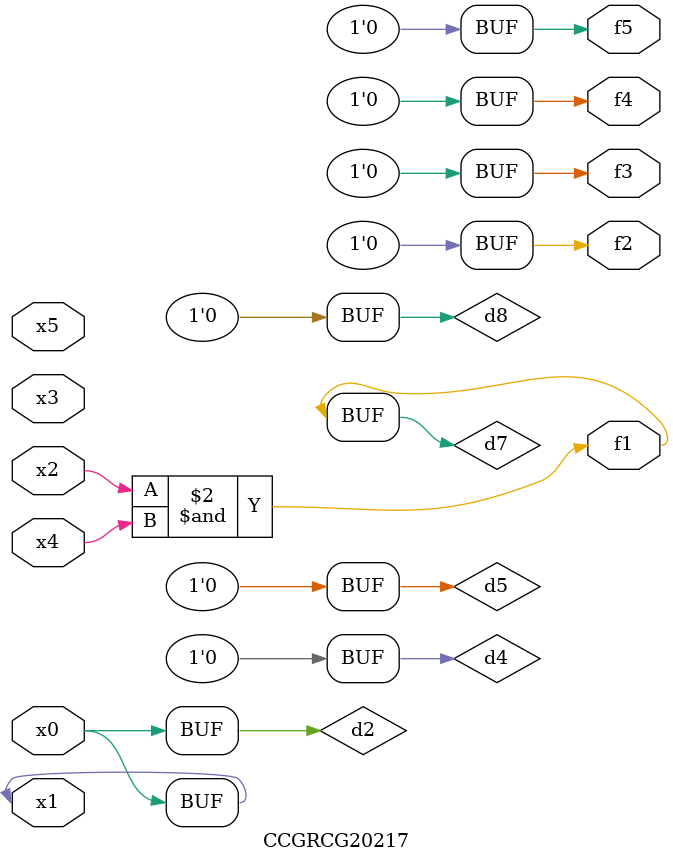
<source format=v>
module CCGRCG20217(
	input x0, x1, x2, x3, x4, x5,
	output f1, f2, f3, f4, f5
);

	wire d1, d2, d3, d4, d5, d6, d7, d8, d9;

	nand (d1, x1);
	buf (d2, x0, x1);
	nand (d3, x2, x4);
	and (d4, d1, d2);
	and (d5, d1, d2);
	nand (d6, d1, d3);
	not (d7, d3);
	xor (d8, d5);
	nor (d9, d5, d6);
	assign f1 = d7;
	assign f2 = d8;
	assign f3 = d8;
	assign f4 = d8;
	assign f5 = d8;
endmodule

</source>
